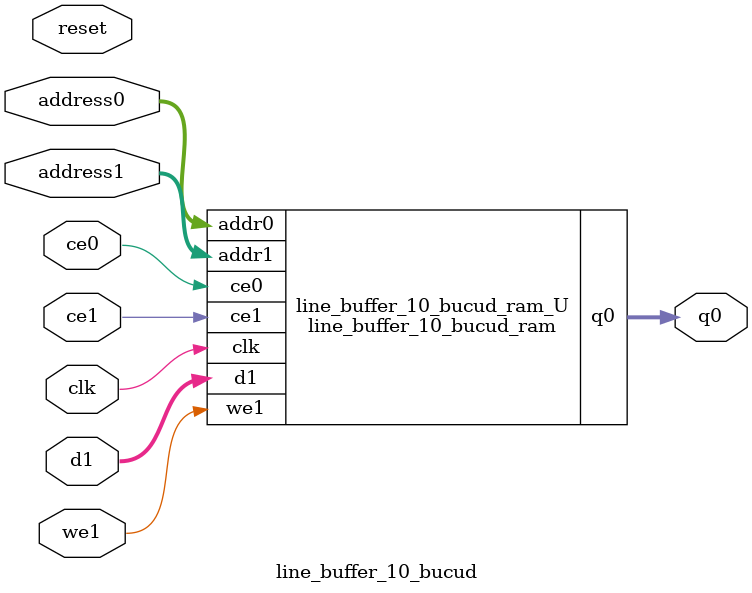
<source format=v>

`timescale 1 ns / 1 ps
module line_buffer_10_bucud_ram (addr0, ce0, q0, addr1, ce1, d1, we1,  clk);

parameter DWIDTH = 16;
parameter AWIDTH = 11;
parameter MEM_SIZE = 1056;

input[AWIDTH-1:0] addr0;
input ce0;
output reg[DWIDTH-1:0] q0;
input[AWIDTH-1:0] addr1;
input ce1;
input[DWIDTH-1:0] d1;
input we1;
input clk;

(* ram_style = "block" *)reg [DWIDTH-1:0] ram[0:MEM_SIZE-1];




always @(posedge clk)  
begin 
    if (ce0) 
    begin
            q0 <= ram[addr0];
    end
end


always @(posedge clk)  
begin 
    if (ce1) 
    begin
        if (we1) 
        begin 
            ram[addr1] <= d1; 
        end 
    end
end


endmodule


`timescale 1 ns / 1 ps
module line_buffer_10_bucud(
    reset,
    clk,
    address0,
    ce0,
    q0,
    address1,
    ce1,
    we1,
    d1);

parameter DataWidth = 32'd16;
parameter AddressRange = 32'd1056;
parameter AddressWidth = 32'd11;
input reset;
input clk;
input[AddressWidth - 1:0] address0;
input ce0;
output[DataWidth - 1:0] q0;
input[AddressWidth - 1:0] address1;
input ce1;
input we1;
input[DataWidth - 1:0] d1;



line_buffer_10_bucud_ram line_buffer_10_bucud_ram_U(
    .clk( clk ),
    .addr0( address0 ),
    .ce0( ce0 ),
    .q0( q0 ),
    .addr1( address1 ),
    .ce1( ce1 ),
    .d1( d1 ),
    .we1( we1 ));

endmodule


</source>
